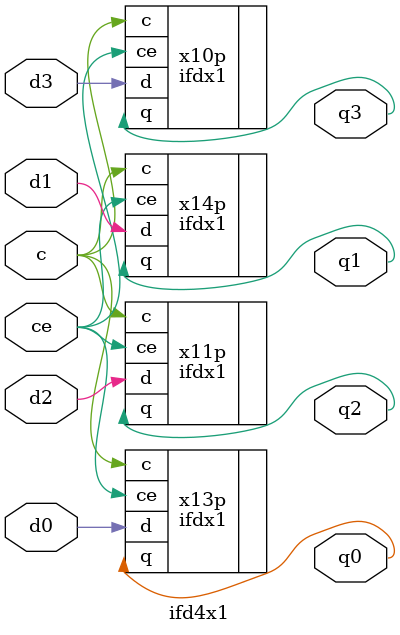
<source format=v>

module ifd4x1 (q0, q1, q2, q3, c, ce, d0, d1, d2, d3 );
// generated by Concept HDL Direct Version 1.7 08-Aug-94
// on Tue Aug 30 23:26:42 1994
// from /usr3/xiltest/concept/lib/xm7000/ifd4x1/logic

  parameter size = 0;

  output  q0;
  output  q1;
  output  q2;
  output  q3;
  input  c;
  input  ce;
  input  d0;
  input  d1;
  input  d2;
  input  d3;


// begin instances 

  ifdx1 x10p  (.c(c),
	.ce(ce),
	.d(d3),
	.q(q3));
  defparam x10p.size = 1;

  ifdx1 x11p  (.c(c),
	.ce(ce),
	.d(d2),
	.q(q2));
  defparam x11p.size = 1;

  ifdx1 x13p  (.c(c),
	.ce(ce),
	.d(d0),
	.q(q0));
  defparam x13p.size = 1;

  ifdx1 x14p  (.c(c),
	.ce(ce),
	.d(d1),
	.q(q1));
  defparam x14p.size = 1;

endmodule // ifd4x1(logic) 

</source>
